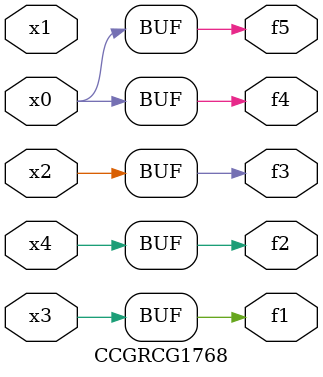
<source format=v>
module CCGRCG1768(
	input x0, x1, x2, x3, x4,
	output f1, f2, f3, f4, f5
);
	assign f1 = x3;
	assign f2 = x4;
	assign f3 = x2;
	assign f4 = x0;
	assign f5 = x0;
endmodule

</source>
